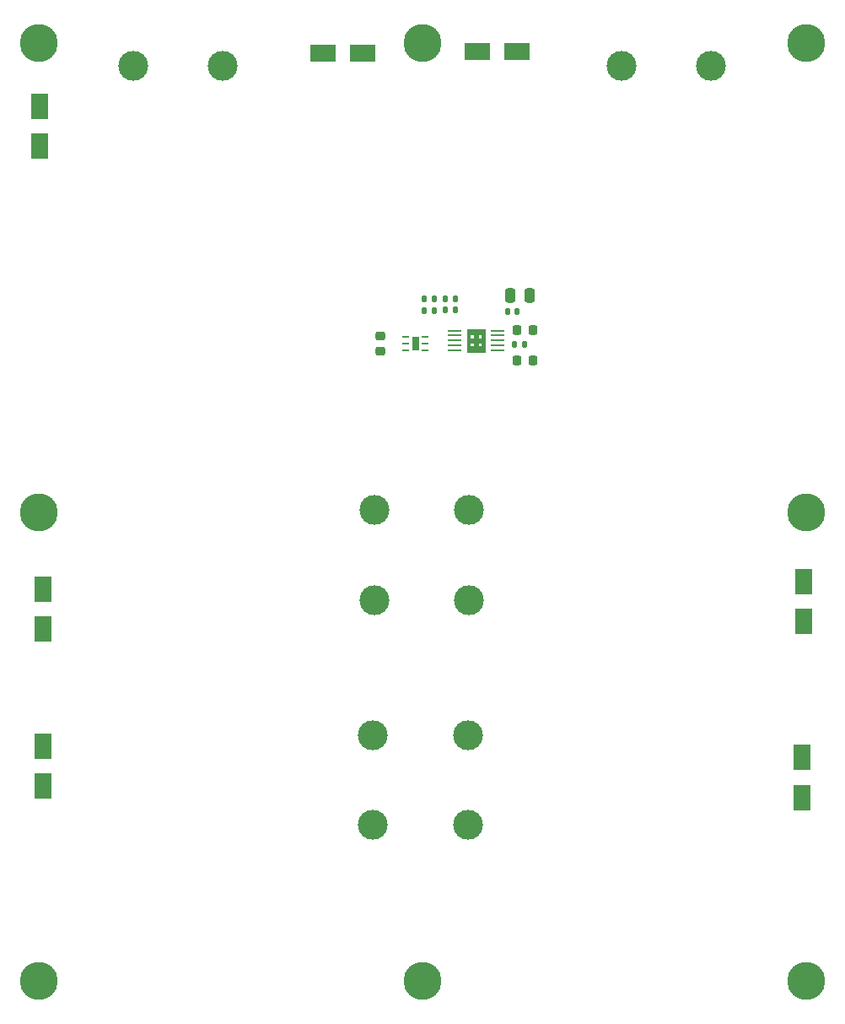
<source format=gts>
%TF.GenerationSoftware,KiCad,Pcbnew,(6.0.4-0)*%
%TF.CreationDate,2022-05-09T11:38:03-07:00*%
%TF.ProjectId,solar-panel-side-X-minus,736f6c61-722d-4706-916e-656c2d736964,rev?*%
%TF.SameCoordinates,Original*%
%TF.FileFunction,Soldermask,Top*%
%TF.FilePolarity,Negative*%
%FSLAX46Y46*%
G04 Gerber Fmt 4.6, Leading zero omitted, Abs format (unit mm)*
G04 Created by KiCad (PCBNEW (6.0.4-0)) date 2022-05-09 11:38:03*
%MOMM*%
%LPD*%
G01*
G04 APERTURE LIST*
G04 Aperture macros list*
%AMRoundRect*
0 Rectangle with rounded corners*
0 $1 Rounding radius*
0 $2 $3 $4 $5 $6 $7 $8 $9 X,Y pos of 4 corners*
0 Add a 4 corners polygon primitive as box body*
4,1,4,$2,$3,$4,$5,$6,$7,$8,$9,$2,$3,0*
0 Add four circle primitives for the rounded corners*
1,1,$1+$1,$2,$3*
1,1,$1+$1,$4,$5*
1,1,$1+$1,$6,$7*
1,1,$1+$1,$8,$9*
0 Add four rect primitives between the rounded corners*
20,1,$1+$1,$2,$3,$4,$5,0*
20,1,$1+$1,$4,$5,$6,$7,0*
20,1,$1+$1,$6,$7,$8,$9,0*
20,1,$1+$1,$8,$9,$2,$3,0*%
G04 Aperture macros list end*
%ADD10C,0.100000*%
%ADD11R,2.500000X1.700000*%
%ADD12R,1.700000X2.500000*%
%ADD13C,3.000000*%
%ADD14C,3.800000*%
%ADD15C,2.600000*%
%ADD16R,1.411200X0.270000*%
%ADD17RoundRect,0.135000X0.135000X0.185000X-0.135000X0.185000X-0.135000X-0.185000X0.135000X-0.185000X0*%
%ADD18RoundRect,0.135000X-0.135000X-0.185000X0.135000X-0.185000X0.135000X0.185000X-0.135000X0.185000X0*%
%ADD19RoundRect,0.218750X0.218750X0.256250X-0.218750X0.256250X-0.218750X-0.256250X0.218750X-0.256250X0*%
%ADD20RoundRect,0.140000X0.140000X0.170000X-0.140000X0.170000X-0.140000X-0.170000X0.140000X-0.170000X0*%
%ADD21RoundRect,0.250000X0.250000X0.475000X-0.250000X0.475000X-0.250000X-0.475000X0.250000X-0.475000X0*%
%ADD22RoundRect,0.218750X-0.256250X0.218750X-0.256250X-0.218750X0.256250X-0.218750X0.256250X0.218750X0*%
%ADD23R,0.740000X0.270000*%
%ADD24R,0.650000X1.350000*%
G04 APERTURE END LIST*
%TO.C,U2*%
G36*
X157455500Y-77095500D02*
G01*
X155608500Y-77095500D01*
X155608500Y-76535700D01*
X157455500Y-76535700D01*
X157455500Y-77095500D01*
G37*
D10*
X157455500Y-77095500D02*
X155608500Y-77095500D01*
X155608500Y-76535700D01*
X157455500Y-76535700D01*
X157455500Y-77095500D01*
G36*
X157455500Y-75348300D02*
G01*
X155608500Y-75348300D01*
X155608500Y-74788500D01*
X157455500Y-74788500D01*
X157455500Y-75348300D01*
G37*
X157455500Y-75348300D02*
X155608500Y-75348300D01*
X155608500Y-74788500D01*
X157455500Y-74788500D01*
X157455500Y-75348300D01*
G36*
X156725700Y-77095500D02*
G01*
X156338300Y-77095500D01*
X156338300Y-74788500D01*
X156725700Y-74788500D01*
X156725700Y-77095500D01*
G37*
X156725700Y-77095500D02*
X156338300Y-77095500D01*
X156338300Y-74788500D01*
X156725700Y-74788500D01*
X156725700Y-77095500D01*
G36*
X157455500Y-76135700D02*
G01*
X155608500Y-76135700D01*
X155608500Y-75748300D01*
X157455500Y-75748300D01*
X157455500Y-76135700D01*
G37*
X157455500Y-76135700D02*
X155608500Y-76135700D01*
X155608500Y-75748300D01*
X157455500Y-75748300D01*
X157455500Y-76135700D01*
G36*
X155938300Y-77095500D02*
G01*
X155608500Y-77095500D01*
X155608500Y-74788500D01*
X155938300Y-74788500D01*
X155938300Y-77095500D01*
G37*
X155938300Y-77095500D02*
X155608500Y-77095500D01*
X155608500Y-74788500D01*
X155938300Y-74788500D01*
X155938300Y-77095500D01*
G36*
X157455500Y-77095500D02*
G01*
X157125700Y-77095500D01*
X157125700Y-74788500D01*
X157455500Y-74788500D01*
X157455500Y-77095500D01*
G37*
X157455500Y-77095500D02*
X157125700Y-77095500D01*
X157125700Y-74788500D01*
X157455500Y-74788500D01*
X157455500Y-77095500D01*
%TD*%
D11*
%TO.C,D1*%
X141150000Y-47125000D03*
X145150000Y-47125000D03*
%TD*%
%TO.C,D2*%
X156625000Y-46950000D03*
X160625000Y-46950000D03*
%TD*%
D12*
%TO.C,D3*%
X189400000Y-104125000D03*
X189400000Y-100125000D03*
%TD*%
%TO.C,D4*%
X189275000Y-121775000D03*
X189275000Y-117775000D03*
%TD*%
%TO.C,D5*%
X113075000Y-120625000D03*
X113075000Y-116625000D03*
%TD*%
%TO.C,D6*%
X113030000Y-104870000D03*
X113030000Y-100870000D03*
%TD*%
%TO.C,D9*%
X112710000Y-56440000D03*
X112710000Y-52440000D03*
%TD*%
D13*
%TO.C,SC1*%
X122125000Y-48400000D03*
X131125000Y-48400000D03*
%TD*%
%TO.C,SC2*%
X171125000Y-48400000D03*
X180125000Y-48400000D03*
%TD*%
%TO.C,SC3*%
X155800000Y-101975000D03*
X155800000Y-92975000D03*
%TD*%
%TO.C,SC4*%
X155750000Y-124550000D03*
X155750000Y-115550000D03*
%TD*%
%TO.C,SC5*%
X146200000Y-115550000D03*
X146200000Y-124550000D03*
%TD*%
%TO.C,SC6*%
X146350000Y-92975000D03*
X146350000Y-101975000D03*
%TD*%
D14*
%TO.C,H1*%
X189660000Y-46150000D03*
D15*
X189660000Y-46150000D03*
%TD*%
%TO.C,H2*%
X151160000Y-46150000D03*
D14*
X151160000Y-46150000D03*
%TD*%
D15*
%TO.C,H3*%
X112660000Y-46150000D03*
D14*
X112660000Y-46150000D03*
%TD*%
%TO.C,H4*%
X112660000Y-93150000D03*
D15*
X112660000Y-93150000D03*
%TD*%
%TO.C,H5*%
X112660000Y-140150000D03*
D14*
X112660000Y-140150000D03*
%TD*%
%TO.C,H6*%
X151160000Y-140150000D03*
D15*
X151160000Y-140150000D03*
%TD*%
%TO.C,H7*%
X189660000Y-140150000D03*
D14*
X189660000Y-140150000D03*
%TD*%
D15*
%TO.C,H8*%
X189660000Y-93150000D03*
D14*
X189660000Y-93150000D03*
%TD*%
D16*
%TO.C,U2*%
X158706999Y-76942001D03*
X158706999Y-76441999D03*
X158706999Y-75942000D03*
X158706999Y-75442001D03*
X158706999Y-74941999D03*
X154357001Y-74941999D03*
X154357001Y-75442001D03*
X154357001Y-75942000D03*
X154357001Y-76441999D03*
X154357001Y-76942001D03*
%TD*%
D17*
%TO.C,R17*%
X161385000Y-76350000D03*
X160365000Y-76350000D03*
%TD*%
D18*
%TO.C,R15*%
X153480000Y-71760000D03*
X154500000Y-71760000D03*
%TD*%
D19*
%TO.C,L1*%
X162237500Y-77925000D03*
X160662500Y-77925000D03*
%TD*%
D17*
%TO.C,R16*%
X154500000Y-72900000D03*
X153480000Y-72900000D03*
%TD*%
D19*
%TO.C,L2*%
X162219500Y-74867000D03*
X160644500Y-74867000D03*
%TD*%
D20*
%TO.C,C4*%
X160630000Y-73075000D03*
X159670000Y-73075000D03*
%TD*%
D17*
%TO.C,R13*%
X152320000Y-71760000D03*
X151300000Y-71760000D03*
%TD*%
D21*
%TO.C,C5*%
X161875000Y-71400000D03*
X159975000Y-71400000D03*
%TD*%
D22*
%TO.C,C1*%
X146900000Y-75475000D03*
X146900000Y-77050000D03*
%TD*%
D23*
%TO.C,U1*%
X149461000Y-75612500D03*
X149461000Y-76262500D03*
X149461000Y-76912500D03*
X151451000Y-76912500D03*
X151451000Y-76262500D03*
X151451000Y-75612500D03*
D24*
X150456000Y-76262500D03*
%TD*%
D18*
%TO.C,R14*%
X151300000Y-72920000D03*
X152320000Y-72920000D03*
%TD*%
M02*

</source>
